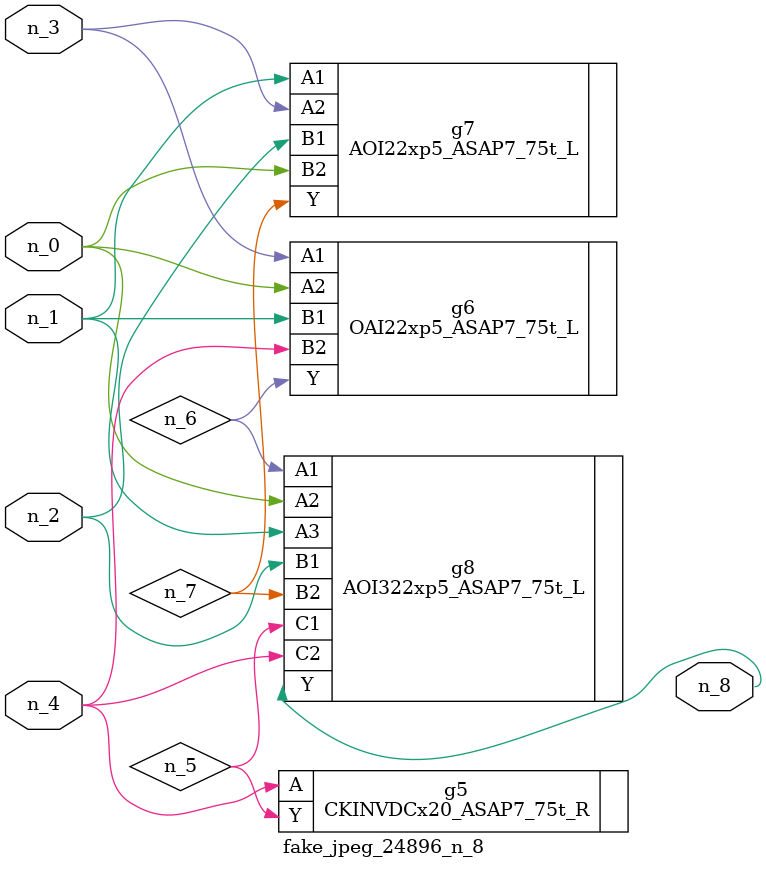
<source format=v>
module fake_jpeg_24896_n_8 (n_3, n_2, n_1, n_0, n_4, n_8);

input n_3;
input n_2;
input n_1;
input n_0;
input n_4;

output n_8;

wire n_6;
wire n_5;
wire n_7;

CKINVDCx20_ASAP7_75t_R g5 ( 
.A(n_4),
.Y(n_5)
);

OAI22xp5_ASAP7_75t_L g6 ( 
.A1(n_3),
.A2(n_0),
.B1(n_1),
.B2(n_4),
.Y(n_6)
);

AOI22xp5_ASAP7_75t_L g7 ( 
.A1(n_1),
.A2(n_3),
.B1(n_2),
.B2(n_0),
.Y(n_7)
);

AOI322xp5_ASAP7_75t_L g8 ( 
.A1(n_6),
.A2(n_0),
.A3(n_1),
.B1(n_2),
.B2(n_7),
.C1(n_5),
.C2(n_4),
.Y(n_8)
);


endmodule
</source>
